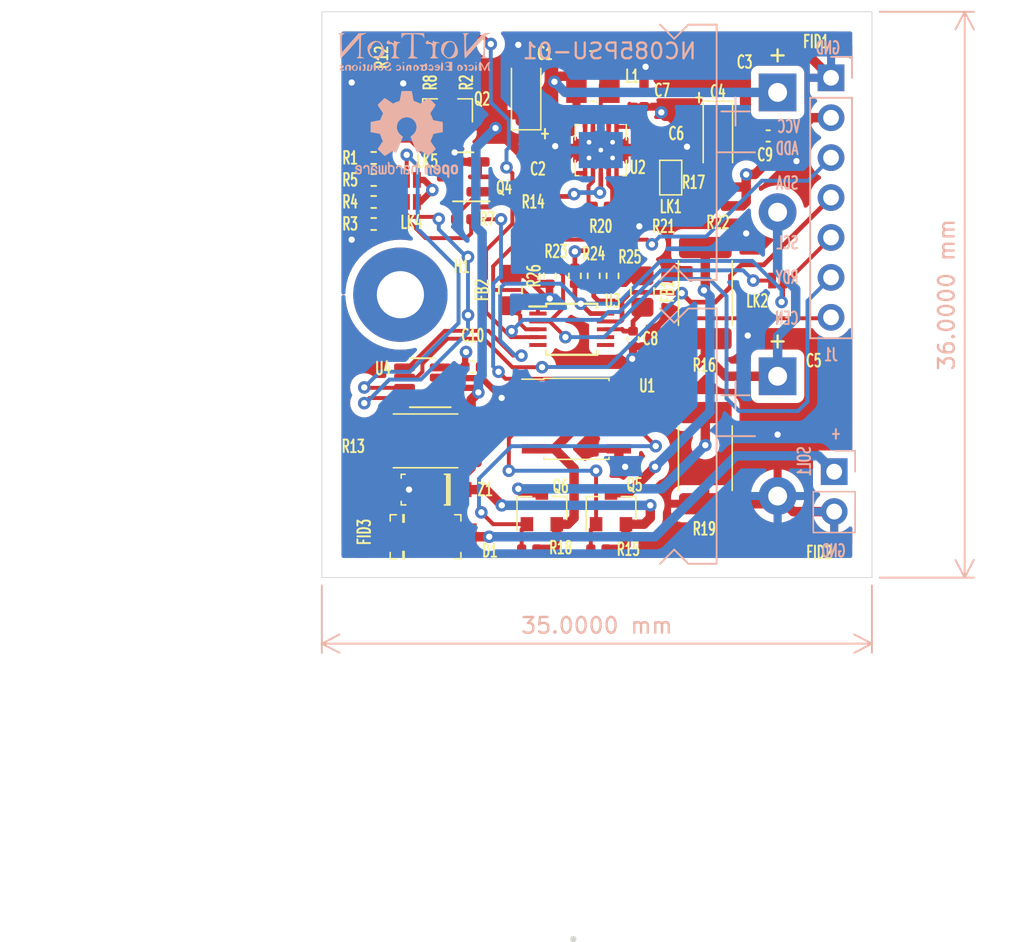
<source format=kicad_pcb>
(kicad_pcb (version 20211014) (generator pcbnew)

  (general
    (thickness 4.69)
  )

  (paper "A4")
  (title_block
    (title "NC085PSU-01-02 Solar Super Cap Power Supply")
    (date "2022-02-01")
    (rev "A")
    (company "NorTroN Microelectronics")
    (comment 1 "8 Cooper Close")
    (comment 2 "Glenroy NSW 2640")
  )

  (layers
    (0 "F.Cu" signal)
    (1 "In1.Cu" power "GND")
    (2 "In2.Cu" power "VCC")
    (31 "B.Cu" signal)
    (32 "B.Adhes" user "B.Adhesive")
    (33 "F.Adhes" user "F.Adhesive")
    (34 "B.Paste" user)
    (35 "F.Paste" user)
    (36 "B.SilkS" user "B.Silkscreen")
    (37 "F.SilkS" user "F.Silkscreen")
    (38 "B.Mask" user)
    (39 "F.Mask" user)
    (40 "Dwgs.User" user "User.Drawings")
    (41 "Cmts.User" user "User.Comments")
    (42 "Eco1.User" user "User.Eco1")
    (43 "Eco2.User" user "User.Eco2")
    (44 "Edge.Cuts" user)
    (45 "Margin" user)
    (46 "B.CrtYd" user "B.Courtyard")
    (47 "F.CrtYd" user "F.Courtyard")
    (48 "B.Fab" user)
    (49 "F.Fab" user)
  )

  (setup
    (stackup
      (layer "F.SilkS" (type "Top Silk Screen"))
      (layer "F.Paste" (type "Top Solder Paste"))
      (layer "F.Mask" (type "Top Solder Mask") (thickness 0.01))
      (layer "F.Cu" (type "copper") (thickness 0.035))
      (layer "dielectric 1" (type "core") (thickness 1.51) (material "FR4") (epsilon_r 4.5) (loss_tangent 0.02))
      (layer "In1.Cu" (type "copper") (thickness 0.035))
      (layer "dielectric 2" (type "prepreg") (thickness 1.51) (material "FR4") (epsilon_r 4.5) (loss_tangent 0.02))
      (layer "In2.Cu" (type "copper") (thickness 0.035))
      (layer "dielectric 3" (type "core") (thickness 1.51) (material "FR4") (epsilon_r 4.5) (loss_tangent 0.02))
      (layer "B.Cu" (type "copper") (thickness 0.035))
      (layer "B.Mask" (type "Bottom Solder Mask") (thickness 0.01))
      (layer "B.Paste" (type "Bottom Solder Paste"))
      (layer "B.SilkS" (type "Bottom Silk Screen"))
      (copper_finish "None")
      (dielectric_constraints no)
    )
    (pad_to_mask_clearance 0.051)
    (solder_mask_min_width 0.25)
    (grid_origin 100 160)
    (pcbplotparams
      (layerselection 0x00010fc_ffffffff)
      (disableapertmacros false)
      (usegerberextensions true)
      (usegerberattributes true)
      (usegerberadvancedattributes false)
      (creategerberjobfile false)
      (svguseinch false)
      (svgprecision 6)
      (excludeedgelayer true)
      (plotframeref false)
      (viasonmask false)
      (mode 1)
      (useauxorigin false)
      (hpglpennumber 1)
      (hpglpenspeed 20)
      (hpglpendiameter 15.000000)
      (dxfpolygonmode true)
      (dxfimperialunits true)
      (dxfusepcbnewfont true)
      (psnegative false)
      (psa4output false)
      (plotreference true)
      (plotvalue false)
      (plotinvisibletext false)
      (sketchpadsonfab false)
      (subtractmaskfromsilk true)
      (outputformat 1)
      (mirror false)
      (drillshape 0)
      (scaleselection 1)
      (outputdirectory "")
    )
  )

  (net 0 "")
  (net 1 "GND")
  (net 2 "/SN1")
  (net 3 "Net-(C6-Pad1)")
  (net 4 "Net-(D1-PadK)")
  (net 5 "/L")
  (net 6 "Net-(D1-PadA)")
  (net 7 "Net-(LK4-Pad1)")
  (net 8 "Net-(Q2-Pad3)")
  (net 9 "Net-(LK5-Pad1)")
  (net 10 "Net-(Q4-Pad1)")
  (net 11 "/DN1")
  (net 12 "Net-(Q5-Pad1)")
  (net 13 "/DN2")
  (net 14 "Net-(Q6-Pad1)")
  (net 15 "/Power")
  (net 16 "VCC")
  (net 17 "Net-(LK1-Pad3)")
  (net 18 "Net-(LK1-Pad2)")
  (net 19 "Net-(LK1-Pad1)")
  (net 20 "Net-(R14-Pad2)")
  (net 21 "Net-(C8-Pad1)")
  (net 22 "Net-(Q4-Pad3)")
  (net 23 "unconnected-(H1-Pad1)")
  (net 24 "Net-(FB2-Pad1)")
  (net 25 "Net-(J1-Pad3)")
  (net 26 "Net-(J1-Pad6)")
  (net 27 "Net-(J1-Pad7)")
  (net 28 "Net-(LK2-Pad1)")
  (net 29 "unconnected-(U3-Pad6)")
  (net 30 "unconnected-(U3-Pad7)")
  (net 31 "unconnected-(U3-Pad5)")
  (net 32 "Net-(Q2-Pad1)")
  (net 33 "Net-(J1-Pad4)")
  (net 34 "Net-(J1-Pad5)")

  (footprint "Capacitor_Tantalum_SMD:CP_EIA-3216-10_Kemet-I" (layer "F.Cu") (at 143 99.2 90))

  (footprint "Capacitor_SMD:C_0402_1005Metric" (layer "F.Cu") (at 144.75 104 90))

  (footprint "MountingHole:MountingHole_3.2mm_M3_Pad" (layer "F.Cu") (at 135 112))

  (footprint "Resistor_SMD:R_0402_1005Metric" (layer "F.Cu") (at 147.75 106.4))

  (footprint "Resistor_SMD:R_0402_1005Metric" (layer "F.Cu") (at 150.7 106.2 -90))

  (footprint "Capacitor_SMD:C_0402_1005Metric" (layer "F.Cu") (at 150.5 99.55 90))

  (footprint "Capacitor_Tantalum_SMD:CP_EIA-3216-10_Kemet-I" (layer "F.Cu") (at 155.2 102 -90))

  (footprint "Capacitor_SMD:C_0402_1005Metric" (layer "F.Cu") (at 151.45 102.1 -90))

  (footprint "Resistor_SMD:R_0402_1005Metric" (layer "F.Cu") (at 143.2 128.2 180))

  (footprint "Package_TO_SOT_SMD:SOT-23" (layer "F.Cu") (at 148.4 125.6 90))

  (footprint "Package_SO:SOIC-8_3.9x4.9mm_P1.27mm" (layer "F.Cu") (at 146.2 119.9))

  (footprint "Resistor_SMD:R_2512_6332Metric" (layer "F.Cu") (at 154.4 111.9 -90))

  (footprint "Package_TO_SOT_SMD:SOT-23" (layer "F.Cu") (at 144 125.6 90))

  (footprint "Fiducial:Fiducial_0.5mm_Mask1mm" (layer "F.Cu") (at 163.4 95.6))

  (footprint "Resistor_SMD:R_2512_6332Metric" (layer "F.Cu") (at 154.4 122.4 -90))

  (footprint "Package_TO_SOT_SMD:SOT-23" (layer "F.Cu") (at 138 100.3 90))

  (footprint "Resistor_SMD:R_0402_1005Metric" (layer "F.Cu") (at 135.1 96.9 90))

  (footprint "Package_TO_SOT_SMD:SOT-23" (layer "F.Cu") (at 139 104.5 180))

  (footprint "Inductor_SMD:L_Wuerth_MAPI-3015" (layer "F.Cu") (at 147.25 98.1))

  (footprint "Package_SON:Texas_S-PVSON-N10_ThermalVias" (layer "F.Cu") (at 147.75 102.8 -90))

  (footprint "digikey-footprints:DO-214AC" (layer "F.Cu") (at 136.6 127.4))

  (footprint "digikey-footprints:SOD-123" (layer "F.Cu") (at 136.6 124.4 180))

  (footprint "Resistor_SMD:R_2512_6332Metric" (layer "F.Cu") (at 136.6 121.3))

  (footprint "Fiducial:Fiducial_0.5mm_Mask1mm" (layer "F.Cu") (at 163.4 128.4))

  (footprint "Fiducial:Fiducial_0.5mm_Mask1mm" (layer "F.Cu") (at 131.6 128.4))

  (footprint "Resistor_SMD:R_0402_1005Metric" (layer "F.Cu") (at 136.9 96.9 -90))

  (footprint "Resistor_SMD:R_0402_1005Metric" (layer "F.Cu") (at 139 107.2))

  (footprint "Resistor_SMD:R_0402_1005Metric" (layer "F.Cu") (at 138.7 96.9 90))

  (footprint "Resistor_SMD:R_0402_1005Metric" (layer "F.Cu") (at 147.6 128.2 180))

  (footprint "NorTroN:S-Link-3Way" (layer "F.Cu") (at 152.2 104.55 90))

  (footprint "Resistor_SMD:R_0402_1005Metric" (layer "F.Cu") (at 144.75 106.2 -90))

  (footprint "Resistor_SMD:R_0402_1005Metric" (layer "F.Cu") (at 155.2 105.15 180))

  (footprint "Resistor_SMD:R_0402_1005Metric" (layer "F.Cu") (at 155.2 106.35 180))

  (footprint "Resistor_SMD:R_0402_1005Metric" (layer "F.Cu") (at 146.1 110.8 90))

  (footprint "Resistor_SMD:R_0402_1005Metric" (layer "F.Cu") (at 144.5 110.8 90))

  (footprint "Resistor_SMD:R_0805_2012Metric_Pad1.20x1.40mm_HandSolder" (layer "F.Cu") (at 142 111.7 90))

  (footprint "Resistor_SMD:R_0402_1005Metric" (layer "F.Cu") (at 147.3 110.8 90))

  (footprint "Resistor_SMD:R_0402_1005Metric" (layer "F.Cu") (at 133.3 103.3))

  (footprint "Resistor_SMD:R_0402_1005Metric" (layer "F.Cu") (at 133.3 104.7))

  (footprint "Package_TO_SOT_SMD:SOT-23-8" (layer "F.Cu") (at 136.4 117.6 180))

  (footprint "Resistor_SMD:R_0402_1005Metric" (layer "F.Cu") (at 133.3 106.1))

  (footprint "NorTroN:S-Link-2Way" (layer "F.Cu") (at 135.7 104.7))

  (footprint "Resistor_SMD:R_0402_1005Metric" (layer "F.Cu") (at 148.5 110.8 -90))

  (footprint "Package_SO:TSSOP-10_3x3mm_P0.5mm" (layer "F.Cu") (at 145.9 114.2))

  (footprint "NorTroN:S-Link-2Way" (layer "F.Cu") (at 159 111.1))

  (footprint "Capacitor_SMD:C_0402_1005Metric" (layer "F.Cu") (at 139.6 116.6))

  (footprint "Resistor_SMD:R_0805_2012Metric_Pad1.20x1.40mm_HandSolder" (layer "F.Cu") (at 150.4 111.8 -90))

  (footprint "Capacitor_SMD:C_0402_1005Metric" (layer "F.Cu") (at 158.4 101.9 180))

  (footprint "Resistor_SMD:R_0402_1005Metric" (layer "F.Cu") (at 133.3 107.5 180))

  (footprint "Capacitor_SMD:C_0402_1005Metric" (layer "F.Cu") (at 149.8 114.8 -90))

  (footprint "NorTroN:S-Link-2Way" (layer "F.Cu") (at 135.7 106.1))

  (footprint "NorTroN:CP_Axial_L40.0mm_D16.0mm_P300mil" (layer "B.Cu") (at 159 121 180))

  (footprint "Connector_PinHeader_2.54mm:PinHeader_1x02_P2.54mm_Vertical" (layer "B.Cu") (at 162.6 123.26 180))

  (footprint "NorTroN:CP_Axial_L40.0mm_D16.0mm_P300mil" (layer "B.Cu") (at 159 102.94 180))

  (footprint "Symbol:OSHW-Logo2_7.3x6mm_SilkScreen" (layer "B.Cu")
    (tedit 0) (tstamp 5f6e639f-95ed-4303-8980-8778eda41905)
    (at 135.4 101.8 180)
    (descr "Open Source Hardware Symbol")
    (tags "Logo Symbol OSHW")
    (attr exclude_from_pos_files exclude_from_bom)
    (fp_text reference "REF**" (at 0 0) (layer "B.SilkS") hide
      (effects (font (size 1 1) (thickness 0.15)) (justify mirror))
      (tstamp 18e8a896-4c97-4db8-bc14-70a7b75eb76d)
    )
    (fp_text value "OSHW-Logo2_7.3x6mm_SilkScreen" (at 0.75 0) (layer "B.Fab") hide
      (effects (font (size 1 1) (thickness 0.15)) (justify mirror))
      (tstamp 5676772a-4d7f-41df-ba62-9ea61802e888)
    )
    (fp_poly (pts
        (xy 2.6526 -1.958752)
        (xy 2.669948 -1.966334)
        (xy 2.711356 -1.999128)
        (xy 2.746765 -2.046547)
        (xy 2.768664 -2.097151)
        (xy 2.772229 -2.122098)
        (xy 2.760279 -2.156927)
        (xy 2.734067 -2.175357)
        (xy 2.705964 -2.186516)
        (xy 2.693095 -2.188572)
        (xy 2.686829 -2.173649)
        (xy 2.674456 -2.141175)
        (xy 2.669028 -2.126502)
        (xy 2.63859 -2.075744)
        (xy 2.59452 -2.050427)
        (xy 2.53801 -2.051206)
        (xy 2.533825 -2.052203)
        (xy 2.503655 -2.066507)
        (xy 2.481476 -2.094393)
        (xy 2.466327 -2.139287)
        (xy 2.45725 -2.204615)
        (xy 2.453286 -2.293804)
        (xy 2.452914 -2.341261)
        (xy 2.45273 -2.416071)
        (xy 2.451522 -2.467069)
        (xy 2.448309 -2.499471)
        (xy 2.442109 -2.518495)
        (xy 2.43194 -2.529356)
        (xy 2.416819 -2.537272)
        (xy 2.415946 -2.53767)
        (xy 2.386828 -2.549981)
        (xy 2.372403 -2.554514)
        (xy 2.370186 -2.540809)
        (xy 2.368289 -2.502925)
        (xy 2.366847 -2.445715)
        (xy 2.365998 -2.374027)
        (xy 2.365829 -2.321565)
        (xy 2.366692 -2.220047)
        (xy 2.37007 -2.143032)
        (xy 2.377142 -2.086023)
        (xy 2.389088 -2.044526)
        (xy 2.40709 -2.014043)
        (xy 2.432327 -1.99008)
        (xy 2.457247 -1.973355)
        (xy 2.517171 -1.951097)
        (xy 2.586911 -1.946076)
        (xy 2.6526 -1.958752)
      ) (layer "B.SilkS") (width 0.01) (fill solid) (tstamp 0716f7ef-4151-40d5-8530-b40615937288))
    (fp_poly (pts
        (xy -1.283907 -1.92778)
        (xy -1.237328 -1.954723)
        (xy -1.204943 -1.981466)
        (xy -1.181258 -2.009484)
        (xy -1.164941 -2.043748)
        (xy -1.154661 -2.089227)
        (xy -1.149086 -2.150892)
        (xy -1.146884 -2.233711)
        (xy -1.146629 -2.293246)
        (xy -1.146629 -2.512391)
        (xy -1.208314 -2.540044)
        (xy -1.27 -2.567697)
        (xy -1.277257 -2.32767)
        (xy -1.280256 -2.238028)
        (xy -1.283402 -2.172962)
        (xy -1.287299 -2.128026)
        (xy -1.292553 -2.09877)
        (xy -1.299769 -2.080748)
        (xy -1.30955 -2.069511)
        (xy -1.312688 -2.067079)
        (xy -1.360239 -2.048083)
        (xy -1.408303 -2.0556)
        (xy -1.436914 -2.075543)
        (xy -1.448553 -2.089675)
        (xy -1.456609 -2.10822)
        (xy -1.461729 -2.136334)
        (xy -1.464559 -2.179173)
        (xy -1.465744 -2.241895)
        (xy -1.465943 -2.307261)
        (xy -1.465982 -2.389268)
        (xy -1.467386 -2.447316)
        (xy -1.472086 -2.486465)
        (xy -1.482013 -2.51178)
        (xy -1.499097 -2.528323)
        (xy -1.525268 -2.541156)
        (xy -1.560225 -2.554491)
        (xy -1.598404 -2.569007)
        (xy -1.593859 -2.311389)
        (xy -1.592029 -2.218519)
        (xy -1.589888 -2.149889)
        (xy -1.586819 -2.100711)
        (xy -1.582206 -2.066198)
        (xy -1.575432 -2.041562)
        (xy -1.565881 -2.022016)
        (xy -1.554366 -2.00477)
        (xy -1.49881 -1.94968)
        (xy -1.43102 -1.917822)
        (xy -1.357287 -1.910191)
        (xy -1.283907 -1.92778)
      ) (layer "B.SilkS") (width 0.01) (fill solid) (tstamp 083d089d-ed7f-44d0-8fa8-486eeb65f8f5))
    (fp_poly (pts
        (xy -1.831697 -1.931239)
        (xy -1.774473 -1.969735)
        (xy -1.730251 -2.025335)
        (xy -1.703833 -2.096086)
        (xy -1.69849 -2.148162)
        (xy -1.699097 -2.169893)
        (xy -1.704178 -2.186531)
        (xy -1.718145 -2.201437)
        (xy -1.745411 -2.217973)
        (xy -1.790388 -2.239498)
        (xy -1.857489 -2.269374)
        (xy -1.857829 -2.269524)
        (xy -1.919593 -2.297813)
        (xy -1.970241 -2.322933)
        (xy -2.004596 -2.342179)
        (xy -2.017482 -2.352848)
        (xy -2.017486 -2.352934)
        (xy -2.006128 -2.376166)
        (xy -1.979569 -2.401774)
        (xy -1.949077 -2.420221)
        (xy -1.93363 -2.423886)
        (xy -1.891485 -2.411212)
        (xy -1.855192 -2.379471)
        (xy -1.837483 -2.344572)
        (xy -1.820448 -2.318845)
        (xy -1.787078 -2.289546)
        (xy -1.747851 -2.264235)
        (xy -1.713244 -2.250471)
        (xy -1.706007 -2.249714)
        (xy -1.697861 -2.26216)
        (xy -1.69737 -2.293972)
        (xy -1.703357 -2.336866)
        (xy -1.714643 -2.382558)
        (xy -1.73005 -2.422761)
        (xy -1.730829 -2.424322)
        (xy -1.777196 -2.489062)
        (xy -1.837289 -2.533097)
        (xy -1.905535 -2.554711)
        (xy -1.976362 -2.552185)
        (xy -2.044196 -2.523804)
        (xy -2.047212 -2.521808)
        (xy -2.100573 -2.473448)
        (xy -2.13566 -2.410352)
        (xy -2.155078 -2.327387)
        (xy -2.157684 -2.304078)
        (xy -2.162299 -2.194055)
        (xy -2.156767 -2.142748)
        (xy -2.017486 -2.142748)
        (xy -2.015676 -2.174753)
        (xy -2.005778 -2.184093)
        (xy -1.981102 -2.177105)
        (xy -1.942205 -2.160587)
        (xy -1.898725 -2.139881)
        (xy -1.897644 -2.139333)
        (xy -1.860791 -2.119949)
        (xy -1.846 -2.107013)
        (xy -1.849647 -2.093451)
        (xy -1.865005 -2.075632)
        (xy -1.904077 -2.049845)
        (xy -1.946154 -2.04795)
        (xy -1.983897 -2.066717)
        (xy -2.009966 -2.102915)
        (xy -2.017486 -2.142748)
        (xy -2.156767 -2.142748)
        (xy -2.152806 -2.106027)
        (xy -2.12845 -2.036212)
        (xy -2.094544 -1.987302)
        (xy -2.033347 -1.937878)
        (xy -1.965937 -1.913359)
        (xy -1.89712 -1.911797)
        (xy -1.831697 -1.931239)
      ) (layer "B.SilkS") (width 0.01) (fill solid) (tstamp 26de8071-b874-424c-a095-058ed68bac04))
    (fp_poly (pts
        (xy 0.039744 -1.950968)
        (xy 0.096616 -1.972087)
        (xy 0.097267 -1.972493)
        (xy 0.13244 -1.99838)
        (xy 0.158407 -2.028633)
        (xy 0.17667 -2.068058)
        (xy 0.188732 -2.121462)
        (xy 0.196096 -2.193651)
        (xy 0.200264 -2.289432)
        (xy 0.200629 -2.303078)
        (xy 0.205876 -2.508842)
        (xy 0.161716 -2.531678)
        (xy 0.129763 -2.54711)
        (xy 0.11047 -2.554423)
        (xy 0.109578 -2.554514)
        (xy 0.106239 -2.541022)
        (xy 0.103587 -2.504626)
        (xy 0.101956 -2.451452)
        (xy 0.1016 -2.408393)
        (xy 0.101592 -2.338641)
        (xy 0.098403 -2.294837)
        (xy 0.087288 -2.273944)
        (xy 0.063501 -2.272925)
        (xy 0.022296 -2.288741)
        (xy -0.039914 -2.317815)
        (xy -0.085659 -2.341963)
        (xy -0.109187 -2.362913)
        (xy -0.116104 -2.385747)
        (xy -0.116114 -2.386877)
        (xy -0.104701 -2.426212)
        (xy -0.070908 -2.447462)
        (xy -0.019191 -2.450539)
        (xy 0.018061 -2.450006)
        (xy 0.037703 -2.460735)
        (xy 0.049952 -2.486505)
        (xy 0.057002 -2.519337)
        (xy 0.046842 -2.537966)
        (xy 0.043017 -2.540632)
        (xy 0.007001 -2.55134)
        (xy -0.043434 -2.552856)
        (xy -0.095374 -2.545759)
        (xy -0.132178 -2.532788)
        (xy -0.183062 -2.489585)
        (xy -0.211986 -2.429446)
        (xy -0.217714 -2.382462)
        (xy -0.213343 -2.340082)
        (xy -0.197525 -2.305488)
        (xy -0.166203 -2.274763)
        (xy -0.115322 -2.24399)
        (xy -0.040824 -2.209252)
        (xy -0.036286 -2.207288)
        (xy 0.030821 -2.176287)
        (xy 0.072232 -2.150862)
        (xy 0.089981 -2.128014)
        (xy 0.086107 -2.104745)
        (xy 0.062643 -2.078056)
        (xy 0.055627 -2.071914)
        (xy 0.00863 -2.0481)
        (xy -0.040067 -2.049103)
        (xy -0.082478 -2.072451)
        (xy -0.110616 -2.115675)
        (xy -0.113231 -2.12416)
        (xy -0.138692 -2.165308)
        (xy -0.170999 -2.185128)
        (xy -0.217714 -2.20477)
        (xy -0.217714 -2.15395)
        (xy -0.203504 -2.080082)
        (xy -0.161325 -2.012327)
        (xy -0.139376 -1.989661)
        (xy -0.089483 -1.960569)
        (xy -0.026033 -1.9474)
        (xy 0.039744 -1.950968)
      ) (layer "B.SilkS") (width 0.01) (fill solid) (tstamp 2764df4e-6524-4e92-b3c2-377361d2725a))
    (fp_poly (pts
        (xy -2.958885 -1.921962)
        (xy -2.890855 -1.957733)
        (xy -2.840649 -2.015301)
        (xy -2.822815 -2.052312)
        (xy -2.808937 -2.107882)
        (xy -2.801833 -2.178096)
        (xy -2.80116 -2.254727)
        (xy -2.806573 -2.329552)
        (xy -2.81773 -2.394342)
        (xy -2.834286 -2.440873)
        (xy -2.839374 -2.448887)
        (xy -2.899645 -2.508707)
        (xy -2.971231 -2.544535)
        (xy -3.048908 -2.55502)
        (xy -3.127452 -2.53881)
        (xy -3.149311 -2.529092)
        (xy -3.191878 -2.499143)
        (xy -3.229237 -2.459433)
        (xy -3.232768 -2.454397)
        (xy -3.247119 -2.430124)
        (xy -3.256606 -2.404178)
        (xy -3.26221 -2.370022)
        (xy -3.264914 -2.321119)
        (xy -3.265701 -2.250935)
        (xy -3.265714 -2.2352)
        (xy -3.265678 -2.230192)
        (xy -3.120571 -2.230192)
        (xy -3.119727 -2.29643)
        (xy -3.116404 -2.340386)
        (xy -3.109417 -2.368779)
        (xy -3.097584 -2.388325)
        (xy -3.091543 -2.394857)
        (xy -3.056814 -2.41968)
        (xy -3.023097 -2.418548)
        (xy -2.989005 -2.397016)
        (xy -2.968671 -2.374029)
        (xy -2.956629 -2.340478)
        (xy -2.949866 -2.287569)
        (xy -2.949402 -2.281399)
        (xy -2.948248 -2.185513)
        (xy -2.960312 -2.114299)
        (xy -2.98543 -2.068194)
        (xy -3.02344 -2.047635)
        (xy -3.037008 -2.046514)
        (xy -3.072636 -2.052152)
        (xy -3.097006 -2.071686)
        (xy -3.111907 -2.109042)
        (xy -3.119125 -2.16815)
        (xy -3.120571 -2.230192)
        (xy -3.265678 -2.230192)
        (xy -3.265174 -2.160413)
        (xy -3.262904 -2.108159)
        (xy -3.257932 -2.071949)
        (xy -3.249287 -2.045299)
        (xy -3.235995 -2.021722)
        (xy -3.233057 -2.017338)
        (xy -3.183687 -1.958249)
        (xy -3.129891 -1.923947)
        (xy -3.064398 -1.910331)
        (xy -3.042158 -1.909665)
        (xy -2.958885 -1.921962)
      ) (layer "B.SilkS") (width 0.01) (fill solid) (tstamp 2aa4be08-672a-4b76-8fe7-581763319bb5))
    (fp_poly (pts
        (xy 3.153595 -1.966966)
        (xy 3.211021 -2.004497)
        (xy 3.238719 -2.038096)
        (xy 3.260662 -2.099064)
        (xy 3.262405 -2.147308)
        (xy 3.258457 -2.211816)
        (xy 3.109686 -2.276934)
        (xy 3.037349 -2.310202)
        (xy 2.990084 -2.336964)
        (xy 2.965507 -2.360144)
        (xy 2.961237 -2.382667)
        (xy 2.974889 -2.407455)
        (xy 2.989943 -2.423886)
        (xy 3.033746 -2.450235)
        (xy 3.081389 -2.452081)
        (xy 3.125145 -2.431546)
        (xy 3.157289 -2.390752)
        (xy 3.163038 -2.376347)
        (xy 3.190576 -2.331356)
        (xy 3.222258 -2.312182)
        (xy 3.265714 -2.295779)
        (xy 3.265714 -2.357966)
        (xy 3.261872 -2.400283)
        (xy 3.246823 -2.435969)
        (xy 3.21528 -2.476943)
        (xy 3.210592 -2.482267)
        (xy 3.175506 -2.51872)
        (xy 3.145347 -2.538283)
        (xy 3.107615 -2.547283)
        (xy 3.076335 -2.55023)
        (xy 3.020385 -2.550965)
        (xy 2.980555 -2.54166)
        (xy 2.955708 -2.527846)
        (xy 2.916656 -2.497467)
        (xy 2.889625 -2.464613)
        (xy 2.872517 -2.423294)
        (xy 2.863238 -2.367521)
        (xy 2.859693 -2.291305)
        (xy 2.85941 -2.252622)
        (xy 2.860372 -2.206247)
        (xy 2.948007 -2.206247)
        (xy 2.949023 -2.231126)
        (xy 2.951556 -2.2352)
        (xy 2.968274 -2.229665)
        (xy 3.004249 -2.215017)
        (xy 3.052331 -2.19419)
        (xy 3.062386 -2.189714)
        (xy 3.123152 -2.158814)
        (xy 3.156632 -2.131657)
        (xy 3.16399 -2.10622)
        (xy 3.146391 -2.080481)
        (xy 3.131856 -2.069109)
        (xy 3.07941 -2.046364)
        (xy 3.030322 -2.050122)
        (xy 2.989227 -2.077884)
        (xy 2.960758 -2.127152)
        (xy 2.951631 -2.166257)
        (xy 2.948007 -2.206247)
        (xy 2.860372 -2.206247)
        (xy 2.861285 -2.162249)
        (xy 2.868196 -2.095384)
        (xy 2.881884 -2.046695)
        (xy 2.904096 -2.010849)
        (xy 2.936574 -1.982513)
        (xy 2.950733 -1.973355)
        (xy 3.015053 -1.949507)
        (xy 3.085473 -1.948006)
        (xy 3.153595 -1.966966)
      ) (layer "B.SilkS") (width 0.01) (fill solid) (tstamp 5cffa200-7bd0-4a13-bcad-a0d2d0a2cc01))
    (fp_poly (pts
        (xy 1.190117 -2.065358)
        (xy 1.189933 -2.173837)
        (xy 1.189219 -2.257287)
        (xy 1.187675 -2.319704)
        (xy 1.185001 -2.365085)
        (xy 1.180894 -2.397429)
        (xy 1.175055 -2.420733)
        (xy 1.167182 -2.438995)
        (xy 1.161221 -2.449418)
        (xy 1.111855 -2.505945)
        (xy 1.049264 -2.541377)
        (xy 0.980013 -2.55409)
        (xy 0.910668 -2.542463)
        (xy 0.869375 -2.521568)
        (xy 0.826025 -2.485422)
        (xy 0.796481 -2.441276)
        (xy 0.778655 -2.383462)
        (xy 0.770463 -2.306313)
        (xy 0.769302 -2.249714)
        (xy 0.769458 -2.245647)
        (xy 0.870857 -2.245647)
        (xy 0.871476 -2.31055)
        (xy 0.874314 -2.353514)
        (xy 0.88084 -2.381622)
        (xy 0.892523 -2.401953)
        (xy 0.906483 -2.417288)
        (xy 0.953365 -2.44689)
        (xy 1.003701 -2.449419)
        (xy 1.051276 -2.424705)
        (xy 1.054979 -2.421356)
        (xy 1.070783 -2.403935)
        (xy 1.080693 -2.383209)
        (xy 1.086058 -2.352362)
        (xy 1.088228 -2.304577)
        (xy 1.088571 -2.251748)
        (xy 1.087827 -2.185381)
        (xy 1.084748 -2.141106)
        (xy 1.078061 -2.112009)
        (xy 1.066496 -2.091173)
        (xy 1.057013 -2.080107)
        (xy 1.01296 -2.052198)
        (xy 0.962224 -2.048843)
        (xy 0.913796 -2.070159)
        (xy 0.90445 -2.078073)
        (xy 0.88854 -2.095647)
        (xy 0.87861 -2.116587)
        (xy 0.873278 -2.147782)
        (xy 0.871163 -2.196122)
        (xy 0.870857 -2.245647)
        (xy 0.769458 -2.245647)
        (xy 0.77281 -2.158568)
        (xy 0.784726 -2.090086)
        (xy 0.807135 -2.0386)
        (xy 0.842124 -1.998443)
        (xy 0.869375 -1.977861)
        (xy 0.918907 -1.955625)
        (xy 0.976316 -1.945304)
        (xy 1.029682 -1.948067)
        (xy 1.059543 -1.959212)
        (xy 1.071261 -1.962383)
        (xy 1.079037 -1.950557)
        (xy 1.084465 -1.918866)
        (xy 1.088571 -1.870593)
        (xy 1.093067 -1.816829)
        (xy 1.099313 -1.784482)
        (xy 1.110676 -1.765985)
        (xy 1.130528 -1.75377)
        (xy 1.143 -1.748362)
        (xy 1.190171 -1.728601)
        (xy 1.190117 -2.065358)
      ) (layer "B.SilkS") (width 0.01) (fill solid) (tstamp 5ef5832e-fd2c-40c0-b5ef-856d260e980d))
    (fp_poly (pts
        (xy 2.144876 -1.956335)
        (xy 2.186667 -1.975344)
        (xy 2.219469 -1.998378)
        (xy 2.243503 -2.024133)
        (xy 2.260097 -2.057358)
        (xy 2.270577 -2.1028)
        (xy 2.276271 -2.165207)
        (xy 2.278507 -2.249327)
        (xy 2.278743 -2.304721)
        (xy 2.278743 -2.520826)
        (xy 2.241774 -2.53767)
        (xy 2.212656 -2.549981)
        (xy 2.198231 -2.554514)
        (xy 2.195472 -2.541025)
        (xy 2.193282 -2.504653)
        (xy 2.191942 -2.451542)
        (xy 2.191657 -2.409372)
        (xy 2.190434 -2.348447)
        (xy 2.187136 -2.300115)
        (xy 2.182321 -2.270518)
        (xy 2.178496 -2.264229)
        (xy 2.152783 -2.270652)
        (xy 2.112418 -2.287125)
        (xy 2.065679 -2.309458)
        (xy 2.020845 -2.333457)
        (xy 1.986193 -2.35493)
        (xy 1.970002 -2.369685)
        (xy 1.969938 -2.369845)
        (xy 1.97133 -2.397152)
        (xy 1.983818 -2.423219)
        (xy 2.005743 -2.444392)
        (xy 2.037743 -2.451474)
        (xy 2.065092 -2.450649)
        (xy 2.103826 -2.450042)
        (xy 2.124158 -2.459116)
        (xy 2.136369 -2.483092)
        (xy 2.137909 -2.487613)
        (xy 2.143203 -2.521806)
        (xy 2.129047 -2.542568)
        (xy 2.092148 -2.552462)
        (xy 2.052289 -2.554292)
        (xy 1.980562 -2.540727)
        (xy 1.943432 -2.521355)
        (xy 1.897576 -2.475845)
        (xy 1.873256 -2.419983)
        (xy 1.871073 -2.360957)
        (xy 1.891629 -2.305953)
        (xy 1.922549 -2.271486)
        (xy 1.95342 -2.252189)
        (xy 2.001942 -2.227759)
        (xy 2.058485 -2.202985)
        (xy 2.06791 -2.199199)
        (xy 2.130019 -2.171791)
        (xy 2.165822 -2.147634)
        (xy 2.177337 -2.123619)
        (xy 2.16658 -2.096635)
        (xy 2.148114 -2.075543)
        (xy 2.104469 -2.049572)
        (xy 2.056446 -2.047624)
        (xy 2.012406 -2.067637)
        (xy 1.980709 -2.107551)
        (xy 1.976549 -2.117848)
        (xy 1.952327 -2.155724)
        (xy 1.916965 -2.183842)
        (xy 1.872343 -2.206917)
        (xy 1.872343 -2.141485)
        (xy 1.874969 -2.101506)
        (xy 1.88623 -2.069997)
        (xy 1.911199 -2.036378)
        (xy 1.935169 -2.010484)
        (xy 1.972441 -1.973817)
        (xy 2.001401 -1.954121)
        (xy 2.032505 -1.94622)
        (xy 2.067713 -1.944914)
        (xy 2.144876 -1.956335)
      ) (layer "B.SilkS") (width 0.01) (fill solid) (tstamp 6a6dcbf0-cde0-4e0c-a718-8303fd5250fc))
    (fp_poly (pts
        (xy -0.624114 -1.851289)
        (xy -0.619861 -1.910613)
        (xy -0.614975 -1.945572)
        (xy -0.608205 -1.96082)
        (xy -0.598298 -1.961015)
        (xy -0.595086 -1.959195)
        (xy -0.552356 -1.946015)
        (xy -0.496773 -1.946785)
        (xy -0.440263 -1.960333)
        (xy -0.404918 -1.977861)
        (xy -0.368679 -2.005861)
        (xy -0.342187 -2.037549)
        (xy -0.324001 -2.077813)
        (xy -0.312678 -2.131543)
        (xy -0.306778 -2.203626)
        (xy -0.304857 -2.298951)
        (xy -0.304823 -2.317237)
        (xy -0.3048 -2.522646)
        (xy -0.350509 -2.53858)
        (xy -0.382973 -2.54942)
        (xy -0.400785 -2.554468)
        (xy -0.401309 -2.554514)
        (xy -0.403063 -2.540828)
        (xy -0.404556 -2.503076)
        (xy -0.405674 -2.446224)
        (xy -0.406303 -2.375234)
        (xy -0.4064 -2.332073)
        (xy -0.406602 -2.246973)
        (xy -0.407642 -2.185981)
        (xy -0.410169 -2.144177)
        (xy -0.414836 -2.116642)
        (xy -0.422293 -2.098456)
        (xy -0.433189 -2.084698)
        (xy -0.439993 -2.078073)
        (xy -0.486728 -2.051375)
        (xy -0.537728 -2.049375)
        (xy -0.583999 -2.071955)
        (xy -0.592556 -2.080107)
        (xy -0.605107 -2.095436)
        (xy -0.613812 -2.113618)
        (xy -0.619369 -2.139909)
        (xy -0.622474 -2.179562)
        (xy -0.623824 -2.237832)
        (xy -0.624114 -2.318173)
        (xy -0.624114 -2.522646)
        (xy -0.669823 -2.53858)
        (xy -0.702287 -2.54942)
        (xy -0.720099 -2.554468)
        (xy -0.720623 -2.554514)
        (xy -0.721963 -2.540623)
        (xy -0.723172 -2.501439)
        (xy -0.724199 -2.4407)
        (xy -0.724998 -2.362141)
        (xy -0.725519 -2.269498)
        (xy -0.725714 -2.166509)
        (xy -0.725714 -1.769342)
        (xy -0.678543 -1.749444)
        (xy -0.631371 -1.729547)
        (xy -0.624114 -1.851289)
      ) (layer "B.SilkS") (width 0.01) (fill solid) (tstamp 89711f39-6d00-4fee-9dff-6eb0d2bd8070))
    (fp_poly (pts
        (xy 0.10391 2.757652)
        (xy 0.182454 2.757222)
        (xy 0.239298 2.756058)
        (xy 0.278105 2.753793)
        (xy 0.302538 2.75006)
        (xy 0.316262 2.744494)
        (xy 0.32294 2.736727)
        (xy 0.326236 2.726395)
        (xy 0.326556 2.725057)
        (xy 0.331562 2.700921)
        (xy 0.340829 2.653299)
        (xy 0.353392 2.587259)
        (xy 0.368287 2.507872)
        (xy 0.384551 2.420204)
        (xy 0.385119 2.417125)
        (xy 0.40141 2.331211)
        (xy 0.416652 2.255304)
        (xy 0.429861 2.193955)
        (xy 0.440054 2.151718)
        (xy 0.446248 2.133145)
        (xy 0.446543 2.132816)
        (xy 0.464788 2.123747)
        (xy 0.502405 2.108633)
        (xy 0.551271 2.090738)
        (xy 0.551543 2.090642)
        (xy 0.613093 2.067507)
        (xy 0.685657 2.038035)
        (xy 0.754057 2.008403)
        (xy 0.757294 2.006938)
        (xy 0.868702 1.956374)
        (xy 1.115399 2.12484)
        (xy 1.191077 2.176197)
        (xy 1.259631 2.222111)
        (xy 1.317088 2.25997)
        (xy 1.359476 2.287163)
        (xy 1.382825 2.301079)
        (xy 1.385042 2.302111)
        (xy 1.40201 2.297516)
        (xy 1.433701 2.275345)
        (xy 1.481352 2.234553)
        (xy 1.546198 2.174095)
        (xy 1.612397 2.109773)
        (xy 1.676214 2.046388)
        (xy 1.733329 1.988549)
        (xy 1.780305 1.939825)
        (xy 1.813703 1.90379)
        (xy 1.830085 1.884016)
        (xy 1.830694 1.882998)
        (xy 1.832505 1.869428)
        (xy 1.825683 1.847267)
        (xy 1.80854 1.813522)
        (xy 1.779393 1.7652)
        (xy 1.736555 1.699308)
        (xy 1.679448 1.614483)
        (xy 1.628766 1.539823)
        (xy 1.583461 1.47286)
        (xy 1.54615 1.417484)
        (xy 1.519452 1.37758)
        (xy 1.505985 1.357038)
        (xy 1.505137 1.355644)
        (xy 1.506781 1.335962)
        (xy 1.519245 1.297707)
        (xy 1.540048 1.248111)
        (xy 1.547462 1.232272)
        (xy 1.579814 1.16171)
        (xy 1.614328 1.081647)
        (xy 1.642365 1.012371)
        (xy 1.662568 0.960955)
        (xy 1.678615 0.921881)
        (xy 1.687888 0.901459)
        (xy 1.689041 0.899886)
        (xy 1.706096 0.897279)
        (xy 1.746298 0.890137)
        (xy 1.804302 0.879477)
        (xy 1.874763 0.866315)
        (xy 1.952335 0.851667)
        (xy 2.031672 0.836551)
        (xy 2.107431 0.821982)
        (xy 2.174264 0.808978)
        (xy 2.226828 0.798555)
        (xy 2.259776 0.79173)
        (xy 2.267857 0.789801)
        (xy 2.276205 0.785038)
        (xy 2.282506 0.774282)
        (xy 2.287045 0.753902)
        (xy 2.290104 0.720266)
        (xy 2.291967 0.669745)
        (xy 2.292918 0.598708)
        (xy 2.29324 0.503524)
        (xy 2.293257 0.464508)
        (xy 2.293257 0.147201)
        (xy 2.217057 0.132161)
        (xy 2.174663 0.124005)
        (xy 2.1114 0.112101)
        (xy 2.034962 0.097884)
        (xy 1.953043 0.08279)
        (xy 1.9304 0.078645)
        (xy 1.854806 0.063947)
        (xy 1.788953 0.049495)
        (xy 1.738366 0.036625)
        (xy 1.708574 0.026678)
        (xy 1.703612 0.023713)
        (xy 1.691426 0.002717)
        (xy 1.673953 -0.037967)
        (xy 1.654577 -0.090322)
        (xy 1.650734 -0.1016)
        (xy 1.625339 -0.171523)
        (xy 1.593817 -0.250418)
        (xy 1.562969 -0.321266)
        (xy 1.562817 -0.321595)
        (xy 1.511447 -0.432733)
        (xy 1.680399 -0.681253)
        (xy 1.849352 -0.929772)
        (xy 1.632429 -1.147058)
        (xy 1.566819 -1.211726)
        (xy 1.506979 -1.268733)
        (xy 1.456267 -1.315033)
        (xy 1.418046 -1.347584)
        (xy 1.395675 -1.363343)
        (xy 1.392466 -1.364343)
        (xy 1.373626 -1.356469)
        (xy 1.3
... [571670 chars truncated]
</source>
